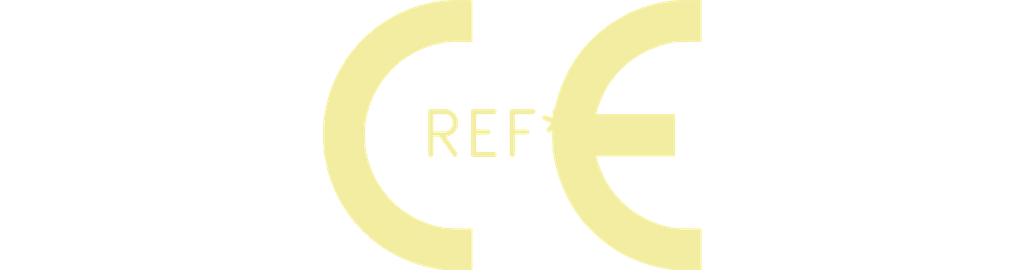
<source format=kicad_pcb>
(kicad_pcb (version 20240108) (generator pcbnew)
  (layers (0 "F.Cu" signal) (31 "B.Cu" signal) (34 "B.Paste" user) (35 "F.Paste" user) (36 "B.SilkS" user "B.Silkscreen") (37 "F.SilkS" user "F.Silkscreen") (38 "B.Mask" user) (39 "F.Mask" user) (44 "Edge.Cuts" user))
  (net 0 "")
  (footprint "CE-Logo_11.2x8mm_SilkScreen" (layer "F.Cu") (at 0 0)
    (property "Reference" "REF**")
    (property "Value" "CE-Logo_11.2x8mm_SilkScreen")
    (fp_poly (pts (xy -1.404663 -3.993183) (xy -1.319278 -3.990984) (xy -1.25753 -3.987051) (xy -1.230586 -3.982891) (xy -1.191173 -3.972328) (xy -1.191173 -2.753505) (xy -1.468626 -2.763133) (xy -1.746476 -2.762784) (xy -2.003607 -2.74046) (xy -2.24783 -2.694522) (xy -2.486953 -2.623331) (xy -2.728788 -2.525248) (xy -2.829035 -2.477623) (xy -3.068109 -2.346402) (xy -3.283467 -2.198961) (xy -3.485262 -2.028038) (xy -3.563755 -1.952169) (xy -3.771165 -1.720239) (xy -3.950602 -1.46778) (xy -4.101165 -1.196499) (xy -4.221956 -0.908103) (xy -4.312075 -0.604299) (xy -4.338768 -0.481725) (xy -4.354855 -0.370436) (xy -4.365596 -0.234062) (xy -4.371 -0.082142) (xy -4.371077 0.075786) (xy -4.365836 0.230185) (xy -4.355287 0.371515) (xy -4.339439 0.490239) (xy -4.3378 0.499241) (xy -4.263842 0.802109) (xy -4.158722 1.091043) (xy -4.024146 1.364097) (xy -3.86182 1.619326) (xy -3.673449 1.854784) (xy -3.460739 2.068527) (xy -3.225395 2.258607) (xy -2.969124 2.423081) (xy -2.69363 2.560003) (xy -2.450666 2.651633) (xy -2.314095 2.693453) (xy -2.188658 2.725247) (xy -2.065828 2.7482) (xy -1.937073 2.763497) (xy -1.793865 2.772322) (xy -1.627674 2.775859) (xy -1.554655 2.776061) (xy -1.191173 2.77564) (xy -1.191173 3.989844) (xy -1.230586 4.000407) (xy -1.26422 4.004377) (xy -1.326448 4.00711) (xy -1.410856 4.008672) (xy -1.511029 4.009123) (xy -1.620552 4.008529) (xy -1.733009 4.006951) (xy -1.841985 4.004454) (xy -1.941066 4.001099) (xy -2.023835 3.996952) (xy -2.083879 3.992073) (xy -2.084552 3.991997) (xy -2.23418 3.970217) (xy -2.403141 3.937598) (xy -2.578544 3.897048) (xy -2.747498 3.851476) (xy -2.854862 3.8182) (xy -3.205147 3.684411) (xy -3.537139 3.521562) (xy -3.849528 3.331236) (xy -4.141003 3.115017) (xy -4.410254 2.874489) (xy -4.65597 2.611235) (xy -4.87684 2.326838) (xy -5.071553 2.022883) (xy -5.2388 1.700952) (xy -5.377269 1.36263) (xy -5.485649 1.0095) (xy -5.56263 0.643146) (xy -5.580132 0.525517) (xy -5.591329 0.413273) (xy -5.599034 0.275577) (xy -5.603246 0.121833) (xy -5.603965 -0.03855) (xy -5.601191 -0.196166) (xy -5.594925 -0.341609) (xy -5.585165 -0.465471) (xy -5.580132 -0.508) (xy -5.512706 -0.882266) (xy -5.412805 -1.243876) (xy -5.280769 -1.591993) (xy -5.116938 -1.925777) (xy -4.921651 -2.244391) (xy -4.817277 -2.391104) (xy -4.581213 -2.679098) (xy -4.321677 -2.941778) (xy -4.040477 -3.178087) (xy -3.739419 -3.386968) (xy -3.420311 -3.567364) (xy -3.084959 -3.718218) (xy -2.73517 -3.838474) (xy -2.372751 -3.927074) (xy -2.120104 -3.968689) (xy -2.050621 -3.975737) (xy -1.959435 -3.981775) (xy -1.853024 -3.986698) (xy -1.737864 -3.990404) (xy -1.620433 -3.992789) (xy -1.507207 -3.99375) (xy -1.404663 -3.993183)) (layer "F.SilkS") (stroke (width 0.01)) (fill solid))
    (fp_poly (pts (xy 5.605518 -3.376449) (xy 5.60552 -2.758966) (xy 5.21576 -2.758583) (xy 5.08073 -2.75802) (xy 4.973932 -2.756315) (xy 4.888569 -2.752996) (xy 4.817845 -2.747592) (xy 4.754963 -2.73963) (xy 4.693127 -2.72864) (xy 4.648239 -2.719202) (xy 4.343899 -2.63536) (xy 4.053493 -2.521143) (xy 3.779356 -2.37814) (xy 3.523822 -2.207941) (xy 3.289224 -2.012136) (xy 3.077896 -1.792313) (xy 2.892173 -1.550064) (xy 2.859548 -1.500978) (xy 2.790959 -1.38584) (xy 2.720912 -1.251548) (xy 2.653356 -1.107156) (xy 2.592241 -0.961719) (xy 2.541517 -0.824291) (xy 2.505134 -0.703927) (xy 2.497065 -0.670035) (xy 2.484664 -0.613104) (xy 4.817241 -0.613104) (xy 4.817241 0.63062) (xy 2.484664 0.63062) (xy 2.497065 0.687551) (xy 2.530248 0.808533) (xy 2.579887 0.948705) (xy 2.641901 1.098873) (xy 2.712208 1.249843) (xy 2.786727 1.392423) (xy 2.861377 1.517418) (xy 2.873899 1.536423) (xy 3.064233 1.789958) (xy 3.277682 2.017496) (xy 3.512925 2.218148) (xy 3.76864 2.391021) (xy 4.043507 2.535227) (xy 4.336205 2.649874) (xy 4.645413 2.734072) (xy 4.652962 2.735697) (xy 4.722588 2.749735) (xy 4.786704 2.760183) (xy 4.852448 2.767552) (xy 4.92696 2.772351) (xy 5.017381 2.775088) (xy 5.130848 2.776273) (xy 5.224517 2.776451) (xy 5.605517 2.77642) (xy 5.605517 4.011448) (xy 5.224517 4.009175) (xy 5.102729 4.007781) (xy 4.983911 4.005208) (xy 4.875685 4.001711) (xy 4.785672 3.997548) (xy 4.721494 3.992972) (xy 4.712138 3.991997) (xy 4.413665 3.944069) (xy 4.106663 3.868305) (xy 3.799514 3.767548) (xy 3.500604 3.644643) (xy 3.218316 3.502435) (xy 3.144426 3.460152) (xy 2.927876 3.320497) (xy 2.708146 3.156143) (xy 2.493917 2.974584) (xy 2.29387 2.783315) (xy 2.116687 2.589827) (xy 2.068294 2.531232) (xy 1.854684 2.23781) (xy 1.66755 1.923149) (xy 1.508226 1.590408) (xy 1.378045 1.242747) (xy 1.278338 0.883323) (xy 1.210441 0.515295) (xy 1.207071 0.490482) (xy 1.19787 0.395588) (xy 1.191337 0.275481) (xy 1.187476 0.138933) (xy 1.186288 -0.005285) (xy 1.187777 -0.148402) (xy 1.191944 -0.281646) (xy 1.198793 -0.396246) (xy 1.206797 -0.472966) (xy 1.275593 -0.850237) (xy 1.375209 -1.21509) (xy 1.504738 -1.565384) (xy 1.663277 -1.898976) (xy 1.849921 -2.213725) (xy 2.063766 -2.507487) (xy 2.068294 -2.513109) (xy 2.307019 -2.781853) (xy 2.570711 -3.028759) (xy 2.85613 -3.251799) (xy 3.160035 -3.448949) (xy 3.479185 -3.618184) (xy 3.810339 -3.757478) (xy 4.150258 -3.864805) (xy 4.283082 -3.897243) (xy 4.447157 -3.931448) (xy 4.599658 -3.957065) (xy 4.750372 -3.975087) (xy 4.909089 -3.986507) (xy 5.085599 -3.992318) (xy 5.233276 -3.99359) (xy 5.605517 -3.993931) (xy 5.605518 -3.376449)) (layer "F.SilkS") (stroke (width 0.01)) (fill solid))
  )
)
</source>
